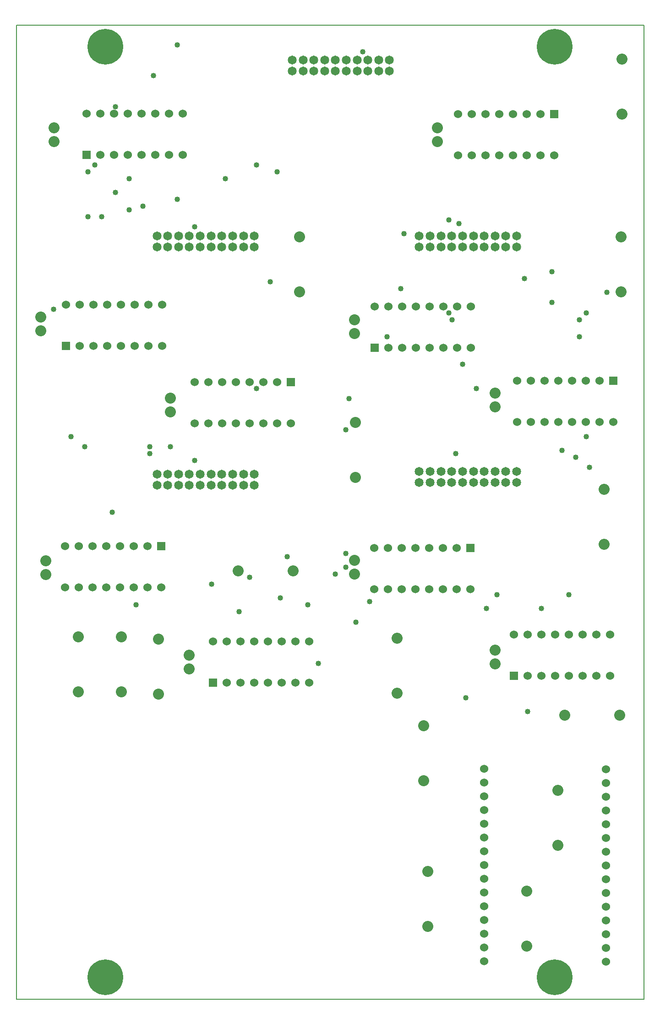
<source format=gbr>
G04 PROTEUS GERBER X2 FILE*
%TF.GenerationSoftware,Labcenter,Proteus,8.9-SP2-Build28501*%
%TF.CreationDate,2020-06-14T21:48:05+00:00*%
%TF.FileFunction,Soldermask,Top*%
%TF.FilePolarity,Negative*%
%TF.Part,Single*%
%TF.SameCoordinates,{e504a607-b79b-4a28-9592-e2b99df874d4}*%
%FSLAX45Y45*%
%MOMM*%
G01*
%TA.AperFunction,Material*%
%ADD24C,1.016000*%
%AMPPAD017*
4,1,36,
-0.635000,0.762000,
0.635000,0.762000,
0.660970,0.759470,
0.684980,0.752200,
0.706580,0.740650,
0.725290,0.725290,
0.740650,0.706570,
0.752200,0.684980,
0.759470,0.660970,
0.762000,0.635000,
0.762000,-0.635000,
0.759470,-0.660970,
0.752200,-0.684980,
0.740650,-0.706570,
0.725290,-0.725290,
0.706580,-0.740650,
0.684980,-0.752200,
0.660970,-0.759470,
0.635000,-0.762000,
-0.635000,-0.762000,
-0.660970,-0.759470,
-0.684980,-0.752200,
-0.706580,-0.740650,
-0.725290,-0.725290,
-0.740650,-0.706570,
-0.752200,-0.684980,
-0.759470,-0.660970,
-0.762000,-0.635000,
-0.762000,0.635000,
-0.759470,0.660970,
-0.752200,0.684980,
-0.740650,0.706570,
-0.725290,0.725290,
-0.706580,0.740650,
-0.684980,0.752200,
-0.660970,0.759470,
-0.635000,0.762000,
0*%
%TA.AperFunction,Material*%
%ADD25PPAD017*%
%ADD26C,1.524000*%
%TA.AperFunction,Material*%
%ADD27C,1.651000*%
%TA.AperFunction,Material*%
%ADD28C,2.032000*%
%TA.AperFunction,Material*%
%ADD29C,6.604000*%
%TA.AperFunction,Profile*%
%ADD19C,0.203200*%
%TD.AperFunction*%
D24*
X+3556000Y-3683000D03*
X-1778000Y-1841500D03*
X+635000Y-1651000D03*
X-3683000Y-1714500D03*
X-508000Y-1714500D03*
X+4635500Y+1397000D03*
X-4889500Y+1397000D03*
X+2603500Y+2286000D03*
X-1460500Y+2286000D03*
X+4000500Y+4445000D03*
X+4000500Y+3873500D03*
X-1016000Y-1587500D03*
X+2413000Y-3429000D03*
X+0Y-1143000D03*
X+1270000Y+5143500D03*
X+2286000Y+5334000D03*
X-3048000Y+1206500D03*
X-3429000Y+1079500D03*
X-2603500Y+952500D03*
X+2984500Y-1524000D03*
X+4318000Y-1524000D03*
X+381000Y-2032000D03*
X+190500Y-1016000D03*
X+190500Y-762000D03*
X+3492500Y+4318000D03*
X+190500Y+1524000D03*
X+3810000Y-1778000D03*
X+2349500Y+2730500D03*
X-4635500Y+1206500D03*
X+2794000Y-1778000D03*
X-3429000Y+1206500D03*
X-317500Y-2794000D03*
X+4508500Y+3238500D03*
X-1206500Y+4254500D03*
X+5016500Y+4064000D03*
X-4064000Y+7493000D03*
X-2921000Y+5778500D03*
X-5207000Y+3746500D03*
X-1079500Y+6286500D03*
X-4572000Y+6286500D03*
X+2222500Y+1079500D03*
X+2095500Y+5397500D03*
X+952500Y+3238500D03*
X-1460500Y+6413500D03*
X-4445000Y+6413500D03*
X-4318000Y+5461000D03*
X-3365500Y+8064500D03*
X+4191000Y+1143000D03*
X-1587500Y-1206500D03*
X-2603500Y+5270500D03*
X-4572000Y+5461000D03*
X+1206500Y+4127500D03*
X-2032000Y+6159500D03*
X-3810000Y+6159500D03*
X+4445000Y+1016000D03*
X-4127500Y+0D03*
X-3810000Y+5588000D03*
X+4699000Y+825500D03*
X-889000Y-825500D03*
X-3556000Y+5651500D03*
X+4635500Y+3683000D03*
X+2095500Y+3683000D03*
X-4064000Y+5905500D03*
X+4508500Y+3556000D03*
X+2159000Y+3556000D03*
X+508000Y+8509000D03*
X-2921000Y+8636000D03*
X+254000Y+2095500D03*
X-2286000Y-1333500D03*
D25*
X+3303000Y-3025000D03*
D26*
X+3557000Y-3025000D03*
X+3811000Y-3025000D03*
X+4065000Y-3025000D03*
X+4319000Y-3025000D03*
X+4573000Y-3025000D03*
X+4827000Y-3025000D03*
X+5081000Y-3025000D03*
X+5081000Y-2263000D03*
X+4827000Y-2263000D03*
X+4573000Y-2263000D03*
X+4319000Y-2263000D03*
X+4065000Y-2263000D03*
X+3811000Y-2263000D03*
X+3557000Y-2263000D03*
X+3303000Y-2263000D03*
D25*
X+2497000Y-666000D03*
D26*
X+2243000Y-666000D03*
X+1989000Y-666000D03*
X+1735000Y-666000D03*
X+1481000Y-666000D03*
X+1227000Y-666000D03*
X+973000Y-666000D03*
X+719000Y-666000D03*
X+719000Y-1428000D03*
X+973000Y-1428000D03*
X+1227000Y-1428000D03*
X+1481000Y-1428000D03*
X+1735000Y-1428000D03*
X+1989000Y-1428000D03*
X+2243000Y-1428000D03*
X+2497000Y-1428000D03*
D25*
X-2266000Y-3150000D03*
D26*
X-2012000Y-3150000D03*
X-1758000Y-3150000D03*
X-1504000Y-3150000D03*
X-1250000Y-3150000D03*
X-996000Y-3150000D03*
X-742000Y-3150000D03*
X-488000Y-3150000D03*
X-488000Y-2388000D03*
X-742000Y-2388000D03*
X-996000Y-2388000D03*
X-1250000Y-2388000D03*
X-1504000Y-2388000D03*
X-1758000Y-2388000D03*
X-2012000Y-2388000D03*
X-2266000Y-2388000D03*
D25*
X-3222000Y-634000D03*
D26*
X-3476000Y-634000D03*
X-3730000Y-634000D03*
X-3984000Y-634000D03*
X-4238000Y-634000D03*
X-4492000Y-634000D03*
X-4746000Y-634000D03*
X-5000000Y-634000D03*
X-5000000Y-1396000D03*
X-4746000Y-1396000D03*
X-4492000Y-1396000D03*
X-4238000Y-1396000D03*
X-3984000Y-1396000D03*
X-3730000Y-1396000D03*
X-3476000Y-1396000D03*
X-3222000Y-1396000D03*
D25*
X-4978000Y+3068000D03*
D26*
X-4724000Y+3068000D03*
X-4470000Y+3068000D03*
X-4216000Y+3068000D03*
X-3962000Y+3068000D03*
X-3708000Y+3068000D03*
X-3454000Y+3068000D03*
X-3200000Y+3068000D03*
X-3200000Y+3830000D03*
X-3454000Y+3830000D03*
X-3708000Y+3830000D03*
X-3962000Y+3830000D03*
X-4216000Y+3830000D03*
X-4470000Y+3830000D03*
X-4724000Y+3830000D03*
X-4978000Y+3830000D03*
D25*
X-822000Y+2398000D03*
D26*
X-1076000Y+2398000D03*
X-1330000Y+2398000D03*
X-1584000Y+2398000D03*
X-1838000Y+2398000D03*
X-2092000Y+2398000D03*
X-2346000Y+2398000D03*
X-2600000Y+2398000D03*
X-2600000Y+1636000D03*
X-2346000Y+1636000D03*
X-2092000Y+1636000D03*
X-1838000Y+1636000D03*
X-1584000Y+1636000D03*
X-1330000Y+1636000D03*
X-1076000Y+1636000D03*
X-822000Y+1636000D03*
D25*
X+722000Y+3036000D03*
D26*
X+976000Y+3036000D03*
X+1230000Y+3036000D03*
X+1484000Y+3036000D03*
X+1738000Y+3036000D03*
X+1992000Y+3036000D03*
X+2246000Y+3036000D03*
X+2500000Y+3036000D03*
X+2500000Y+3798000D03*
X+2246000Y+3798000D03*
X+1992000Y+3798000D03*
X+1738000Y+3798000D03*
X+1484000Y+3798000D03*
X+1230000Y+3798000D03*
X+976000Y+3798000D03*
X+722000Y+3798000D03*
D25*
X+5136000Y+2430000D03*
D26*
X+4882000Y+2430000D03*
X+4628000Y+2430000D03*
X+4374000Y+2430000D03*
X+4120000Y+2430000D03*
X+3866000Y+2430000D03*
X+3612000Y+2430000D03*
X+3358000Y+2430000D03*
X+3358000Y+1668000D03*
X+3612000Y+1668000D03*
X+3866000Y+1668000D03*
X+4120000Y+1668000D03*
X+4374000Y+1668000D03*
X+4628000Y+1668000D03*
X+4882000Y+1668000D03*
X+5136000Y+1668000D03*
D25*
X-4597000Y+6598000D03*
D26*
X-4343000Y+6598000D03*
X-4089000Y+6598000D03*
X-3835000Y+6598000D03*
X-3581000Y+6598000D03*
X-3327000Y+6598000D03*
X-3073000Y+6598000D03*
X-2819000Y+6598000D03*
X-2819000Y+7360000D03*
X-3073000Y+7360000D03*
X-3327000Y+7360000D03*
X-3581000Y+7360000D03*
X-3835000Y+7360000D03*
X-4089000Y+7360000D03*
X-4343000Y+7360000D03*
X-4597000Y+7360000D03*
D25*
X+4042000Y+7350000D03*
D26*
X+3788000Y+7350000D03*
X+3534000Y+7350000D03*
X+3280000Y+7350000D03*
X+3026000Y+7350000D03*
X+2772000Y+7350000D03*
X+2518000Y+7350000D03*
X+2264000Y+7350000D03*
X+2264000Y+6588000D03*
X+2518000Y+6588000D03*
X+2772000Y+6588000D03*
X+3026000Y+6588000D03*
X+3280000Y+6588000D03*
X+3534000Y+6588000D03*
X+3788000Y+6588000D03*
X+4042000Y+6588000D03*
X+5000000Y-4756000D03*
X+5000000Y-5010000D03*
X+5000000Y-5264000D03*
X+5000000Y-5518000D03*
X+5000000Y-5772000D03*
X+5000000Y-6026000D03*
X+5000000Y-6280000D03*
X+5000000Y-6534000D03*
X+5000000Y-6788000D03*
X+5000000Y-7042000D03*
X+5000000Y-7296000D03*
X+5000000Y-7550000D03*
X+5000000Y-7804000D03*
X+5000000Y-8058000D03*
X+5000000Y-8312000D03*
X+2750000Y-4742000D03*
X+2750000Y-4996000D03*
X+2750000Y-5250000D03*
X+2750000Y-5504000D03*
X+2750000Y-5758000D03*
X+2750000Y-6012000D03*
X+2750000Y-6266000D03*
X+2750000Y-6520000D03*
X+2750000Y-6774000D03*
X+2750000Y-7028000D03*
X+2750000Y-7282000D03*
X+2750000Y-7536000D03*
X+2750000Y-7790000D03*
X+2750000Y-8044000D03*
X+2750000Y-8298000D03*
D27*
X-3300000Y+500000D03*
X-3300000Y+700000D03*
X-3100000Y+500000D03*
X-3100000Y+700000D03*
X-2900000Y+500000D03*
X-2900000Y+700000D03*
X-2700000Y+500000D03*
X-2700000Y+700000D03*
X-2500000Y+500000D03*
X-2500000Y+700000D03*
X-2300000Y+500000D03*
X-2300000Y+700000D03*
X-2100000Y+500000D03*
X-2100000Y+700000D03*
X-1900000Y+500000D03*
X-1900000Y+700000D03*
X-1700000Y+500000D03*
X-1700000Y+700000D03*
X-1500000Y+500000D03*
X-1500000Y+700000D03*
X+1550000Y+550000D03*
X+1550000Y+750000D03*
X+1750000Y+550000D03*
X+1750000Y+750000D03*
X+1950000Y+550000D03*
X+1950000Y+750000D03*
X+2150000Y+550000D03*
X+2150000Y+750000D03*
X+2350000Y+550000D03*
X+2350000Y+750000D03*
X+2550000Y+550000D03*
X+2550000Y+750000D03*
X+2750000Y+550000D03*
X+2750000Y+750000D03*
X+2950000Y+550000D03*
X+2950000Y+750000D03*
X+3150000Y+550000D03*
X+3150000Y+750000D03*
X+3350000Y+550000D03*
X+3350000Y+750000D03*
X-3300000Y+4900000D03*
X-3300000Y+5100000D03*
X-3100000Y+4900000D03*
X-3100000Y+5100000D03*
X-2900000Y+4900000D03*
X-2900000Y+5100000D03*
X-2700000Y+4900000D03*
X-2700000Y+5100000D03*
X-2500000Y+4900000D03*
X-2500000Y+5100000D03*
X-2300000Y+4900000D03*
X-2300000Y+5100000D03*
X-2100000Y+4900000D03*
X-2100000Y+5100000D03*
X-1900000Y+4900000D03*
X-1900000Y+5100000D03*
X-1700000Y+4900000D03*
X-1700000Y+5100000D03*
X-1500000Y+4900000D03*
X-1500000Y+5100000D03*
X+1550000Y+4900000D03*
X+1550000Y+5100000D03*
X+1750000Y+4900000D03*
X+1750000Y+5100000D03*
X+1950000Y+4900000D03*
X+1950000Y+5100000D03*
X+2150000Y+4900000D03*
X+2150000Y+5100000D03*
X+2350000Y+4900000D03*
X+2350000Y+5100000D03*
X+2550000Y+4900000D03*
X+2550000Y+5100000D03*
X+2750000Y+4900000D03*
X+2750000Y+5100000D03*
X+2950000Y+4900000D03*
X+2950000Y+5100000D03*
X+3150000Y+4900000D03*
X+3150000Y+5100000D03*
X+3350000Y+4900000D03*
X+3350000Y+5100000D03*
X-800000Y+8150000D03*
X-800000Y+8350000D03*
X-600000Y+8150000D03*
X-600000Y+8350000D03*
X-400000Y+8150000D03*
X-400000Y+8350000D03*
X-200000Y+8150000D03*
X-200000Y+8350000D03*
X+0Y+8150000D03*
X+0Y+8350000D03*
X+200000Y+8150000D03*
X+200000Y+8350000D03*
X+400000Y+8150000D03*
X+400000Y+8350000D03*
X+600000Y+8150000D03*
X+600000Y+8350000D03*
X+800000Y+8150000D03*
X+800000Y+8350000D03*
X+1000000Y+8150000D03*
X+1000000Y+8350000D03*
D28*
X-3274000Y-2347000D03*
X-3274000Y-3363000D03*
X+1628000Y-3950000D03*
X+1628000Y-4966000D03*
X+4115000Y-5142000D03*
X+4115000Y-6158000D03*
X-3957000Y-2308000D03*
X-3957000Y-3324000D03*
X-4755000Y-2306000D03*
X-4755000Y-3322000D03*
X+1703000Y-6642000D03*
X+1703000Y-7658000D03*
X-1802000Y-1085000D03*
X-786000Y-1085000D03*
X+4966000Y+421000D03*
X+4966000Y-595000D03*
X-662000Y+5085000D03*
X-662000Y+4069000D03*
X+5284000Y+5081000D03*
X+5284000Y+4065000D03*
X+1139000Y-2336000D03*
X+1139000Y-3352000D03*
X+4239000Y-3756000D03*
X+5255000Y-3756000D03*
X+369000Y+1658000D03*
X+369000Y+642000D03*
X+5298000Y+8368000D03*
X+5298000Y+7352000D03*
X+3533000Y-7002000D03*
X+3533000Y-8018000D03*
X+1884000Y+6850000D03*
X+1884000Y+7104000D03*
X-3050000Y+2104000D03*
X-3050000Y+1850000D03*
X+350000Y+3554000D03*
X+350000Y+3300000D03*
X+2950000Y-2804000D03*
X+2950000Y-2550000D03*
X+350000Y-1150000D03*
X+350000Y-896000D03*
X+2950000Y+2200000D03*
X+2950000Y+1946000D03*
X-5350000Y-1154000D03*
X-5350000Y-900000D03*
X-2700000Y-2646000D03*
X-2700000Y-2900000D03*
X-5450000Y+3604000D03*
X-5450000Y+3350000D03*
X-5200000Y+7104000D03*
X-5200000Y+6850000D03*
D29*
X+4050000Y+8600000D03*
X-4250000Y+8600000D03*
X+4050000Y-8600000D03*
X-4250000Y-8600000D03*
D19*
X-5900000Y-9000000D02*
X+5700000Y-9000000D01*
X+5700000Y+9000000D01*
X-5900000Y+9000000D01*
X-5900000Y-9000000D01*
M02*

</source>
